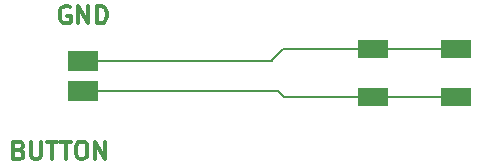
<source format=gbr>
%TF.GenerationSoftware,KiCad,Pcbnew,9.0.1*%
%TF.CreationDate,2025-05-17T15:28:46+00:00*%
%TF.ProjectId,Final_Button,46696e61-6c5f-4427-9574-746f6e2e6b69,rev?*%
%TF.SameCoordinates,Original*%
%TF.FileFunction,Copper,L1,Top*%
%TF.FilePolarity,Positive*%
%FSLAX46Y46*%
G04 Gerber Fmt 4.6, Leading zero omitted, Abs format (unit mm)*
G04 Created by KiCad (PCBNEW 9.0.1) date 2025-05-17 15:28:46*
%MOMM*%
%LPD*%
G01*
G04 APERTURE LIST*
%ADD10C,0.300000*%
%TA.AperFunction,NonConductor*%
%ADD11C,0.300000*%
%TD*%
%TA.AperFunction,SMDPad,CuDef*%
%ADD12R,2.500000X1.700000*%
%TD*%
%TA.AperFunction,SMDPad,CuDef*%
%ADD13R,2.500000X1.500000*%
%TD*%
%TA.AperFunction,Conductor*%
%ADD14C,0.200000*%
%TD*%
G04 APERTURE END LIST*
D10*
D11*
X94554510Y-79015114D02*
X94768796Y-79086542D01*
X94768796Y-79086542D02*
X94840225Y-79157971D01*
X94840225Y-79157971D02*
X94911653Y-79300828D01*
X94911653Y-79300828D02*
X94911653Y-79515114D01*
X94911653Y-79515114D02*
X94840225Y-79657971D01*
X94840225Y-79657971D02*
X94768796Y-79729400D01*
X94768796Y-79729400D02*
X94625939Y-79800828D01*
X94625939Y-79800828D02*
X94054510Y-79800828D01*
X94054510Y-79800828D02*
X94054510Y-78300828D01*
X94054510Y-78300828D02*
X94554510Y-78300828D01*
X94554510Y-78300828D02*
X94697368Y-78372257D01*
X94697368Y-78372257D02*
X94768796Y-78443685D01*
X94768796Y-78443685D02*
X94840225Y-78586542D01*
X94840225Y-78586542D02*
X94840225Y-78729400D01*
X94840225Y-78729400D02*
X94768796Y-78872257D01*
X94768796Y-78872257D02*
X94697368Y-78943685D01*
X94697368Y-78943685D02*
X94554510Y-79015114D01*
X94554510Y-79015114D02*
X94054510Y-79015114D01*
X95554510Y-78300828D02*
X95554510Y-79515114D01*
X95554510Y-79515114D02*
X95625939Y-79657971D01*
X95625939Y-79657971D02*
X95697368Y-79729400D01*
X95697368Y-79729400D02*
X95840225Y-79800828D01*
X95840225Y-79800828D02*
X96125939Y-79800828D01*
X96125939Y-79800828D02*
X96268796Y-79729400D01*
X96268796Y-79729400D02*
X96340225Y-79657971D01*
X96340225Y-79657971D02*
X96411653Y-79515114D01*
X96411653Y-79515114D02*
X96411653Y-78300828D01*
X96911654Y-78300828D02*
X97768797Y-78300828D01*
X97340225Y-79800828D02*
X97340225Y-78300828D01*
X98054511Y-78300828D02*
X98911654Y-78300828D01*
X98483082Y-79800828D02*
X98483082Y-78300828D01*
X99697368Y-78300828D02*
X99983082Y-78300828D01*
X99983082Y-78300828D02*
X100125939Y-78372257D01*
X100125939Y-78372257D02*
X100268796Y-78515114D01*
X100268796Y-78515114D02*
X100340225Y-78800828D01*
X100340225Y-78800828D02*
X100340225Y-79300828D01*
X100340225Y-79300828D02*
X100268796Y-79586542D01*
X100268796Y-79586542D02*
X100125939Y-79729400D01*
X100125939Y-79729400D02*
X99983082Y-79800828D01*
X99983082Y-79800828D02*
X99697368Y-79800828D01*
X99697368Y-79800828D02*
X99554511Y-79729400D01*
X99554511Y-79729400D02*
X99411653Y-79586542D01*
X99411653Y-79586542D02*
X99340225Y-79300828D01*
X99340225Y-79300828D02*
X99340225Y-78800828D01*
X99340225Y-78800828D02*
X99411653Y-78515114D01*
X99411653Y-78515114D02*
X99554511Y-78372257D01*
X99554511Y-78372257D02*
X99697368Y-78300828D01*
X100983082Y-79800828D02*
X100983082Y-78300828D01*
X100983082Y-78300828D02*
X101840225Y-79800828D01*
X101840225Y-79800828D02*
X101840225Y-78300828D01*
D10*
D11*
X98840225Y-66872257D02*
X98697368Y-66800828D01*
X98697368Y-66800828D02*
X98483082Y-66800828D01*
X98483082Y-66800828D02*
X98268796Y-66872257D01*
X98268796Y-66872257D02*
X98125939Y-67015114D01*
X98125939Y-67015114D02*
X98054510Y-67157971D01*
X98054510Y-67157971D02*
X97983082Y-67443685D01*
X97983082Y-67443685D02*
X97983082Y-67657971D01*
X97983082Y-67657971D02*
X98054510Y-67943685D01*
X98054510Y-67943685D02*
X98125939Y-68086542D01*
X98125939Y-68086542D02*
X98268796Y-68229400D01*
X98268796Y-68229400D02*
X98483082Y-68300828D01*
X98483082Y-68300828D02*
X98625939Y-68300828D01*
X98625939Y-68300828D02*
X98840225Y-68229400D01*
X98840225Y-68229400D02*
X98911653Y-68157971D01*
X98911653Y-68157971D02*
X98911653Y-67657971D01*
X98911653Y-67657971D02*
X98625939Y-67657971D01*
X99554510Y-68300828D02*
X99554510Y-66800828D01*
X99554510Y-66800828D02*
X100411653Y-68300828D01*
X100411653Y-68300828D02*
X100411653Y-66800828D01*
X101125939Y-68300828D02*
X101125939Y-66800828D01*
X101125939Y-66800828D02*
X101483082Y-66800828D01*
X101483082Y-66800828D02*
X101697368Y-66872257D01*
X101697368Y-66872257D02*
X101840225Y-67015114D01*
X101840225Y-67015114D02*
X101911654Y-67157971D01*
X101911654Y-67157971D02*
X101983082Y-67443685D01*
X101983082Y-67443685D02*
X101983082Y-67657971D01*
X101983082Y-67657971D02*
X101911654Y-67943685D01*
X101911654Y-67943685D02*
X101840225Y-68086542D01*
X101840225Y-68086542D02*
X101697368Y-68229400D01*
X101697368Y-68229400D02*
X101483082Y-68300828D01*
X101483082Y-68300828D02*
X101125939Y-68300828D01*
D12*
%TO.P,J1,1*%
%TO.N,/BUTTON*%
X100000000Y-74000000D03*
%TO.P,J1,2*%
%TO.N,/GND*%
X100000000Y-71460000D03*
%TD*%
D13*
%TO.P,SW1,1,1*%
%TO.N,/GND*%
X124500000Y-70500000D03*
X131500000Y-70500000D03*
%TO.P,SW1,2,2*%
%TO.N,/BUTTON*%
X124500000Y-74500000D03*
X131500000Y-74500000D03*
%TD*%
D14*
%TO.N,/BUTTON*%
X124500000Y-74500000D02*
X131500000Y-74500000D01*
X117000000Y-74500000D02*
X124500000Y-74500000D01*
X100000000Y-74000000D02*
X116500000Y-74000000D01*
X116500000Y-74000000D02*
X117000000Y-74500000D01*
%TO.N,/GND*%
X124500000Y-70500000D02*
X131500000Y-70500000D01*
X116000000Y-71420000D02*
X116920000Y-70500000D01*
X115960000Y-71460000D02*
X116000000Y-71500000D01*
X116000000Y-71500000D02*
X116000000Y-71420000D01*
X100000000Y-71460000D02*
X115960000Y-71460000D01*
X116920000Y-70500000D02*
X124500000Y-70500000D01*
%TD*%
M02*

</source>
